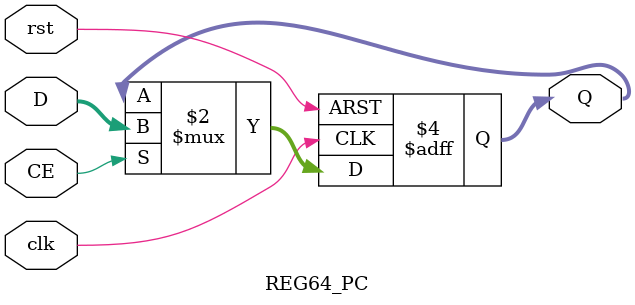
<source format=v>
`timescale 1ns / 1ps

module REG64(
                    input clk,
					input rst,
					input CE,
					input [63:0]D,
					output reg[63:0]Q
					);
					
	always @(posedge clk or posedge rst)
		if (rst)  Q <= 64'h0000000000000000;
		else if (CE) Q <= D;

endmodule


module REG64_PC(
                    input clk,
					input rst,
					input CE,
					input [63:0]D,
					output reg[63:0]Q
					);
					
	always @(posedge clk or posedge rst)
		if (rst)  Q <= 64'h80200000;
		else if (CE) Q <= D;

endmodule
</source>
